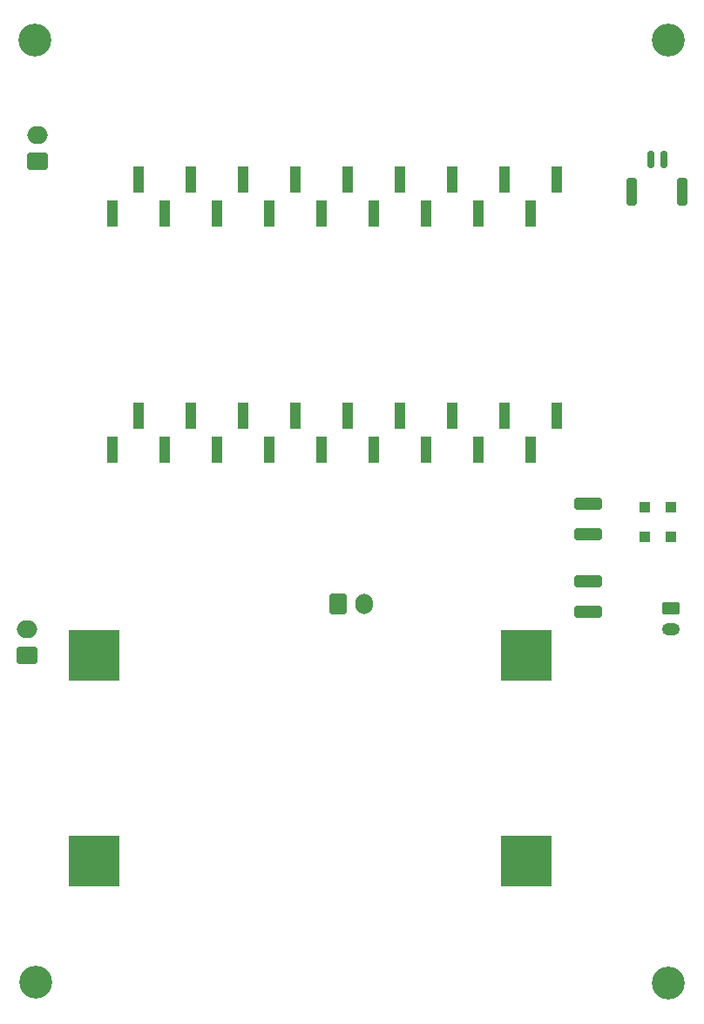
<source format=gbr>
%TF.GenerationSoftware,KiCad,Pcbnew,7.0.5-7.0.5~ubuntu22.04.1*%
%TF.CreationDate,2024-06-06T16:52:37+01:00*%
%TF.ProjectId,PBA0055-APRS-digirepeater-backplane-100x70,50424130-3035-4352-9d41-5052532d6469,rev?*%
%TF.SameCoordinates,Original*%
%TF.FileFunction,Soldermask,Top*%
%TF.FilePolarity,Negative*%
%FSLAX46Y46*%
G04 Gerber Fmt 4.6, Leading zero omitted, Abs format (unit mm)*
G04 Created by KiCad (PCBNEW 7.0.5-7.0.5~ubuntu22.04.1) date 2024-06-06 16:52:37*
%MOMM*%
%LPD*%
G01*
G04 APERTURE LIST*
G04 Aperture macros list*
%AMRoundRect*
0 Rectangle with rounded corners*
0 $1 Rounding radius*
0 $2 $3 $4 $5 $6 $7 $8 $9 X,Y pos of 4 corners*
0 Add a 4 corners polygon primitive as box body*
4,1,4,$2,$3,$4,$5,$6,$7,$8,$9,$2,$3,0*
0 Add four circle primitives for the rounded corners*
1,1,$1+$1,$2,$3*
1,1,$1+$1,$4,$5*
1,1,$1+$1,$6,$7*
1,1,$1+$1,$8,$9*
0 Add four rect primitives between the rounded corners*
20,1,$1+$1,$2,$3,$4,$5,0*
20,1,$1+$1,$4,$5,$6,$7,0*
20,1,$1+$1,$6,$7,$8,$9,0*
20,1,$1+$1,$8,$9,$2,$3,0*%
G04 Aperture macros list end*
%ADD10R,1.000000X2.510000*%
%ADD11C,3.200000*%
%ADD12RoundRect,0.250000X-0.600000X-0.750000X0.600000X-0.750000X0.600000X0.750000X-0.600000X0.750000X0*%
%ADD13O,1.700000X2.000000*%
%ADD14RoundRect,0.250000X1.100000X-0.325000X1.100000X0.325000X-1.100000X0.325000X-1.100000X-0.325000X0*%
%ADD15RoundRect,0.250000X0.750000X-0.600000X0.750000X0.600000X-0.750000X0.600000X-0.750000X-0.600000X0*%
%ADD16O,2.000000X1.700000*%
%ADD17RoundRect,0.250000X-0.625000X0.350000X-0.625000X-0.350000X0.625000X-0.350000X0.625000X0.350000X0*%
%ADD18O,1.750000X1.200000*%
%ADD19RoundRect,0.250000X-0.300000X0.300000X-0.300000X-0.300000X0.300000X-0.300000X0.300000X0.300000X0*%
%ADD20RoundRect,0.150000X-0.150000X-0.700000X0.150000X-0.700000X0.150000X0.700000X-0.150000X0.700000X0*%
%ADD21RoundRect,0.250000X-0.250000X-1.100000X0.250000X-1.100000X0.250000X1.100000X-0.250000X1.100000X0*%
%ADD22R,5.000000X5.000000*%
G04 APERTURE END LIST*
D10*
%TO.C,U2*%
X160180000Y-89750000D03*
X160180000Y-66750000D03*
X157640000Y-93060000D03*
X157640000Y-70060000D03*
X155100000Y-89750000D03*
X155100000Y-66750000D03*
X152560000Y-93060000D03*
X152560000Y-70060000D03*
X150020000Y-89750000D03*
X150020000Y-66750000D03*
X147480000Y-93060000D03*
X147480000Y-70060000D03*
X144940000Y-89750000D03*
X144940000Y-66750000D03*
X142400000Y-93060000D03*
X142400000Y-70060000D03*
X139860000Y-89750000D03*
X139860000Y-66750000D03*
X137320000Y-93060000D03*
X137320000Y-70060000D03*
X134780000Y-89750000D03*
X134780000Y-66750000D03*
X132240000Y-93060000D03*
X132240000Y-70060000D03*
X129700000Y-89750000D03*
X129700000Y-66750000D03*
X127160000Y-93060000D03*
X127160000Y-70060000D03*
X124620000Y-89750000D03*
X124620000Y-66750000D03*
X122080000Y-93060000D03*
X122080000Y-70060000D03*
X119540000Y-89750000D03*
X119540000Y-66750000D03*
X117000000Y-93060000D03*
X117000000Y-70060000D03*
%TD*%
D11*
%TO.C,H2*%
X171100000Y-53250000D03*
%TD*%
D12*
%TO.C,J2*%
X139000000Y-108050000D03*
D13*
X141500000Y-108050000D03*
%TD*%
D14*
%TO.C,L1*%
X163250000Y-108750000D03*
X163250000Y-105800000D03*
%TD*%
D15*
%TO.C,J6*%
X108750000Y-113000000D03*
D16*
X108750000Y-110500000D03*
%TD*%
D17*
%TO.C,J1*%
X171300000Y-108450000D03*
D18*
X171300000Y-110450000D03*
%TD*%
D11*
%TO.C,H3*%
X109600000Y-144750000D03*
%TD*%
D19*
%TO.C,D1*%
X168800000Y-98650000D03*
X168800000Y-101450000D03*
%TD*%
D15*
%TO.C,J4*%
X109750000Y-65000000D03*
D16*
X109750000Y-62500000D03*
%TD*%
D20*
%TO.C,J5*%
X169350000Y-64800000D03*
X170600000Y-64800000D03*
D21*
X167500000Y-68000000D03*
X172450000Y-68000000D03*
%TD*%
D11*
%TO.C,H1*%
X109500000Y-53250000D03*
%TD*%
D19*
%TO.C,D2*%
X171300000Y-98650000D03*
X171300000Y-101450000D03*
%TD*%
D14*
%TO.C,C1*%
X163250000Y-101250000D03*
X163250000Y-98300000D03*
%TD*%
D11*
%TO.C,H4*%
X171100000Y-144850000D03*
%TD*%
D22*
%TO.C,U1*%
X115250000Y-113000000D03*
X115250000Y-133000000D03*
X157250000Y-113000000D03*
X157250000Y-133000000D03*
%TD*%
M02*

</source>
